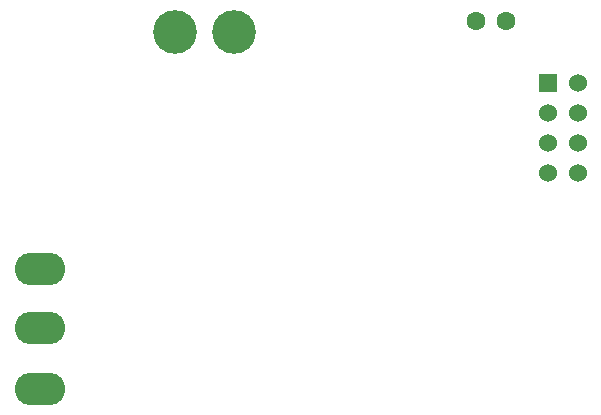
<source format=gbs>
G04 Layer: BottomSolderMaskLayer*
G04 EasyEDA Pro v2.2.32.3, 2024-11-28 11:51:39*
G04 Gerber Generator version 0.3*
G04 Scale: 100 percent, Rotated: No, Reflected: No*
G04 Dimensions in millimeters*
G04 Leading zeros omitted, absolute positions, 3 integers and 5 decimals*
%FSLAX35Y35*%
%MOMM*%
%ADD10C,1.6*%
%ADD11R,1.524X1.524*%
%ADD12C,1.524*%
%ADD13O,4.2672X2.7432*%
%ADD14C,3.70319*%
G75*


G04 Pad Start*
G54D10*
G01X4279913Y-152400D03*
G01X4533913Y-152400D03*
G54D11*
G01X4889500Y-673100D03*
G54D12*
G01X5143499Y-673100D03*
G01X4889500Y-927099D03*
G01X5143499Y-927099D03*
G01X4889500Y-1181099D03*
G01X5143499Y-1181099D03*
G01X4889500Y-1435098D03*
G01X5143499Y-1435098D03*
G54D13*
G01X584200Y-2247900D03*
G01X584200Y-2747772D03*
G01X584200Y-3263900D03*
G54D14*
G01X2231187Y-241300D03*
G01X1731188Y-241300D03*
G04 Pad End*

M02*


</source>
